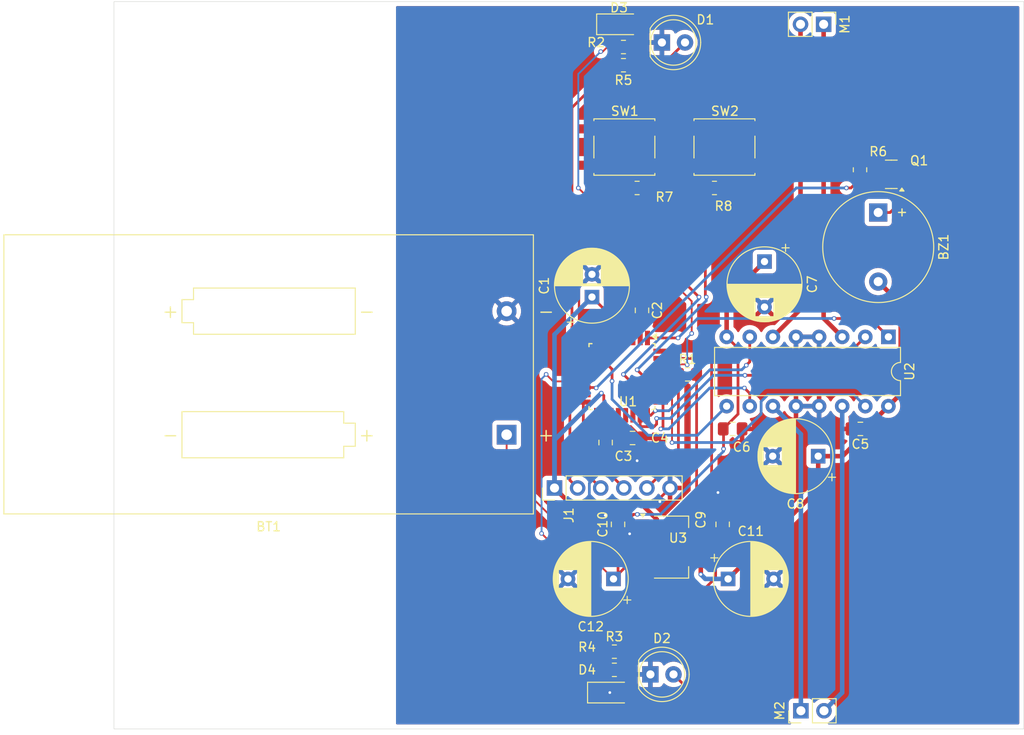
<source format=kicad_pcb>
(kicad_pcb (version 20240108) (generator "pcbnew") (generator_version "8.0")
  (layers (0 "F.Cu" signal) (31 "B.Cu" signal) (34 "B.Paste" user) (35 "F.Paste" user) (36 "B.SilkS" user "B.Silkscreen") (37 "F.SilkS" user "F.Silkscreen") (38 "B.Mask" user) (39 "F.Mask" user) (44 "Edge.Cuts" user))
  (net 0 "")
  (net 1 "+BATT")
  (net 2 "GND")
  (net 3 "Net-(BZ1-+)")
  (net 4 "+5V")
  (net 5 "Net-(U1-AREF)")
  (net 6 "Net-(D1-A)")
  (net 7 "Net-(D2-A)")
  (net 8 "Net-(D3-A)")
  (net 9 "Net-(D4-A)")
  (net 10 "/MISO")
  (net 11 "/SCK")
  (net 12 "/MOSI")
  (net 13 "/RESET")
  (net 14 "/motor2B")
  (net 15 "/motor1A")
  (net 16 "/motor1B")
  (net 17 "/motor2A")
  (net 18 "Net-(Q1-B)")
  (net 19 "/LED2")
  (net 20 "/LED3")
  (net 21 "/LED4")
  (net 22 "/LED1")
  (net 23 "/Buzzer")
  (net 24 "/przycisk1")
  (net 25 "Net-(R7-Pad2)")
  (net 26 "/przycisk2")
  (net 27 "Net-(R8-Pad2)")
  (net 28 "/PWM Motor1")
  (net 30 "/DIRB_2")
  (net 32 "/PWM Motor2")
  (net 33 "/DIRA_2")
  (net 37 "/DIRA_1")
  (net 38 "/DIRB_1")
  (footprint "Connector_PinHeader_2.54mm:PinHeader_1x02_P2.54mm_Vertical" (layer "F.Cu") (at 191.5 60.5 -90)
    (property "Reference" "M1" (at 0 -2.33 90) (layer "F.SilkS"))
    (property "Value" "Motor1")
    (pad "1" thru_hole rect (at 0 0 270) (size 1.7 1.7) (drill 1) (layers "*.Cu" "*.Mask") (net 15 "/motor1A"))
    (pad "2" thru_hole oval (at 0 2.54 270) (size 1.7 1.7) (drill 1) (layers "*.Cu" "*.Mask") (net 14 "/motor2B"))
  )
  (footprint "Battery:BatteryHolder_MPD_BC2AAPC_2xAA" (layer "F.Cu") (at 156.66 105.64 180)
    (property "Reference" "BT1" (at 26.16 -10.11 0) (layer "F.SilkS"))
    (property "Value" "Battery")
    (fp_text user "-" (at -4.34 13.59 0) (layer "F.SilkS") (effects (font (size 1.5 1.5))))
    (fp_text user "-" (at 36.955 0 0) (layer "F.SilkS") (effects (font (size 1.5 1.5))))
    (fp_text user "+" (at -4.34 0 0) (layer "F.SilkS") (effects (font (size 1.5 1.5))))
    (fp_text user "+" (at 36.955 13.59 0) (layer "F.SilkS") (effects (font (size 1.5 1.5))))
    (fp_text user "-" (at 15.365 13.59 0) (layer "F.SilkS") (effects (font (size 1.5 1.5))))
    (fp_text user "+" (at 15.365 0 0) (layer "F.SilkS") (effects (font (size 1.5 1.5))))
    (pad "" np_thru_hole circle (at 26.16 6.63 180) (size 3.65 3.65) (drill 3.65) (layers "*.Cu" "*.Mask"))
    (pad "1" thru_hole rect (at 0 0 180) (size 2.17 2.17) (drill 1.17) (layers "*.Cu" "*.Mask") (net 1 "+BATT"))
    (pad "2" thru_hole circle (at 0 13.59 180) (size 2.17 2.17) (drill 1.17) (layers "*.Cu" "*.Mask") (net 2 "GND"))
  )
  (footprint "Capacitor_SMD:C_0805_2012Metric_Pad1.18x1.45mm_HandSolder" (layer "F.Cu") (at 181.5 105)
    (property "Reference" "C6" (at 1 2 0) (layer "F.SilkS"))
    (property "Value" "100nF")
    (pad "1" smd roundrect (at -1.0375 0) (size 1.175 1.45) (layers "F.Cu" "F.Paste" "F.Mask") (roundrect_rratio 0.212766) (net 1 "+BATT"))
    (pad "2" smd roundrect (at 1.0375 0) (size 1.175 1.45) (layers "F.Cu" "F.Paste" "F.Mask") (roundrect_rratio 0.212766) (net 2 "GND"))
  )
  (footprint "Capacitor_SMD:C_0805_2012Metric_Pad1.18x1.45mm_HandSolder" (layer "F.Cu") (at 195.5375 105 180)
    (property "Reference" "C5" (at 0 -1.68 0) (layer "F.SilkS"))
    (property "Value" "100nF")
    (pad "1" smd roundrect (at -1.0375 0 180) (size 1.175 1.45) (layers "F.Cu" "F.Paste" "F.Mask") (roundrect_rratio 0.212766) (net 4 "+5V"))
    (pad "2" smd roundrect (at 1.0375 0 180) (size 1.175 1.45) (layers "F.Cu" "F.Paste" "F.Mask") (roundrect_rratio 0.212766) (net 2 "GND"))
  )
  (footprint "Resistor_SMD:R_0805_2012Metric_Pad1.20x1.40mm_HandSolder" (layer "F.Cu") (at 176.5375 99)
    (property "Reference" "R1" (at 0 -1.65 0) (layer "F.SilkS"))
    (property "Value" "10k")
    (pad "1" smd roundrect (at -1 0) (size 1.2 1.4) (layers "F.Cu" "F.Paste" "F.Mask") (roundrect_rratio 0.208333) (net 13 "/RESET"))
    (pad "2" smd roundrect (at 1 0) (size 1.2 1.4) (layers "F.Cu" "F.Paste" "F.Mask") (roundrect_rratio 0.208333) (net 4 "+5V"))
  )
  (footprint "LED_SMD:LED_1206_3216Metric_Pad1.42x1.75mm_HandSolder" (layer "F.Cu") (at 169.0125 60.5)
    (property "Reference" "D3" (at 0 -1.82 0) (layer "F.SilkS"))
    (property "Value" "LED")
    (pad "1" smd roundrect (at -1.4875 0) (size 1.425 1.75) (layers "F.Cu" "F.Paste" "F.Mask") (roundrect_rratio 0.175439) (net 2 "GND"))
    (pad "2" smd roundrect (at 1.4875 0) (size 1.425 1.75) (layers "F.Cu" "F.Paste" "F.Mask") (roundrect_rratio 0.175439) (net 8 "Net-(D3-A)"))
  )
  (footprint "Resistor_SMD:R_0805_2012Metric_Pad1.20x1.40mm_HandSolder" (layer "F.Cu") (at 168.5 131.5)
    (property "Reference" "R4" (at -3 -2.5 360) (layer "F.SilkS"))
    (property "Value" "330")
    (pad "1" smd roundrect (at -1 0) (size 1.2 1.4) (layers "F.Cu" "F.Paste" "F.Mask") (roundrect_rratio 0.208333) (net 9 "Net-(D4-A)"))
    (pad "2" smd roundrect (at 1 0) (size 1.2 1.4) (layers "F.Cu" "F.Paste" "F.Mask") (roundrect_rratio 0.208333) (net 21 "/LED4"))
  )
  (footprint "Resistor_SMD:R_0805_2012Metric_Pad1.20x1.40mm_HandSolder" (layer "F.Cu") (at 169.5 65 180)
    (property "Reference" "R5" (at 0 -1.65 360) (layer "F.SilkS"))
    (property "Value" "330")
    (pad "1" smd roundrect (at -1 0 180) (size 1.2 1.4) (layers "F.Cu" "F.Paste" "F.Mask") (roundrect_rratio 0.208333) (net 6 "Net-(D1-A)"))
    (pad "2" smd roundrect (at 1 0 180) (size 1.2 1.4) (layers "F.Cu" "F.Paste" "F.Mask") (roundrect_rratio 0.208333) (net 22 "/LED1"))
  )
  (footprint "Buzzer_Beeper:Buzzer_12x9.5RM7.6" (layer "F.Cu") (at 197.5 81.2 -90)
    (property "Reference" "BZ1" (at 3.8 -7.2 90) (layer "F.SilkS"))
    (property "Value" "Buzzer")
    (fp_text user "+" (at -0.01 -2.54 90) (layer "F.SilkS"))
    (pad "1" thru_hole rect (at 0 0 270) (size 2 2) (drill 1) (layers "*.Cu" "*.Mask") (net 3 "Net-(BZ1-+)"))
    (pad "2" thru_hole circle (at 7.6 0 270) (size 2 2) (drill 1) (layers "*.Cu" "*.Mask") (net 4 "+5V"))
  )
  (footprint "Capacitor_THT:CP_Radial_D8.0mm_P5.00mm" (layer "F.Cu") (at 190.902651 108 180)
    (property "Reference" "C8" (at 2.5 -5.25 0) (layer "F.SilkS"))
    (property "Value" "220uF")
    (pad "1" thru_hole rect (at 0 0 180) (size 1.6 1.6) (drill 0.8) (layers "*.Cu" "*.Mask") (net 4 "+5V"))
    (pad "2" thru_hole circle (at 5 0 180) (size 1.6 1.6) (drill 0.8) (layers "*.Cu" "*.Mask") (net 2 "GND"))
  )
  (footprint "Capacitor_THT:CP_Radial_D8.0mm_P5.00mm" (layer "F.Cu") (at 168.402651 121.5 180)
    (property "Reference" "C12" (at 2.5 -5.25 0) (layer "F.SilkS"))
    (property "Value" "220uF")
    (pad "1" thru_hole rect (at 0 0 180) (size 1.6 1.6) (drill 0.8) (layers "*.Cu" "*.Mask") (net 1 "+BATT"))
    (pad "2" thru_hole circle (at 5 0 180) (size 1.6 1.6) (drill 0.8) (layers "*.Cu" "*.Mask") (net 2 "GND"))
  )
  (footprint "Resistor_SMD:R_0805_2012Metric_Pad1.20x1.40mm_HandSolder" (layer "F.Cu") (at 179.5 78.5)
    (property "Reference" "R8" (at 1 2 0) (layer "F.SilkS"))
    (property "Value" "2,2k")
    (pad "1" smd roundrect (at -1 0) (size 1.2 1.4) (layers "F.Cu" "F.Paste" "F.Mask") (roundrect_rratio 0.208333) (net 26 "/przycisk2"))
    (pad "2" smd roundrect (at 1 0) (size 1.2 1.4) (layers "F.Cu" "F.Paste" "F.Mask") (roundrect_rratio 0.208333) (net 27 "Net-(R8-Pad2)"))
  )
  (footprint "Capacitor_THT:CP_Radial_D8.0mm_P5.00mm" (layer "F.Cu") (at 185 86.597349 -90)
    (property "Reference" "C7" (at 2.5 -5.25 90) (layer "F.SilkS"))
    (property "Value" "220uF")
    (pad "1" thru_hole rect (at 0 0 270) (size 1.6 1.6) (drill 0.8) (layers "*.Cu" "*.Mask") (net 1 "+BATT"))
    (pad "2" thru_hole circle (at 5 0 270) (size 1.6 1.6) (drill 0.8) (layers "*.Cu" "*.Mask") (net 2 "GND"))
  )
  (footprint "Package_DIP:DIP-16_W7.62mm" (layer "F.Cu") (at 198.62 94.88 -90)
    (property "Reference" "U2" (at 3.81 -2.33 90) (layer "F.SilkS"))
    (property "Value" "L293D")
    (pad "1" thru_hole rect (at 0 0 270) (size 1.6 1.6) (drill 0.8) (layers "*.Cu" "*.Mask") (net 28 "/PWM Motor1"))
    (pad "2" thru_hole oval (at 0 2.54 270) (size 1.6 1.6) (drill 0.8) (layers "*.Cu" "*.Mask") (net 37 "/DIRA_1"))
    (pad "3" thru_hole oval (at 0 5.08 270) (size 1.6 1.6) (drill 0.8) (layers "*.Cu" "*.Mask") (net 15 "/motor1A"))
    (pad "4" thru_hole oval (at 0 7.62 270) (size 1.6 1.6) (drill 0.8) (layers "*.Cu" "*.Mask") (net 2 "GND"))
    (pad "5" thru_hole oval (at 0 10.16 270) (size 1.6 1.6) (drill 0.8) (layers "*.Cu" "*.Mask") (net 2 "GND"))
    (pad "6" thru_hole oval (at 0 12.7 270) (size 1.6 1.6) (drill 0.8) (layers "*.Cu" "*.Mask") (net 14 "/motor2B"))
    (pad "7" thru_hole oval (at 0 15.24 270) (size 1.6 1.6) (drill 0.8) (layers "*.Cu" "*.Mask") (net 38 "/DIRB_1"))
    (pad "8" thru_hole oval (at 0 17.78 270) (size 1.6 1.6) (drill 0.8) (layers "*.Cu" "*.Mask") (net 1 "+BATT"))
    (pad "9" thru_hole oval (at 7.62 17.78 270) (size 1.6 1.6) (drill 0.8) (layers "*.Cu" "*.Mask") (net 32 "/PWM Motor2"))
    (pad "10" thru_hole oval (at 7.62 15.24 270) (size 1.6 1.6) (drill 0.8) (layers "*.Cu" "*.Mask") (net 33 "/DIRA_2"))
    (pad "11" thru_hole oval (at 7.62 12.7 270) (size 1.6 1.6) (drill 0.8) (layers "*.Cu" "*.Mask") (net 16 "/motor1B"))
    (pad "12" thru_hole oval (at 7.62 10.16 270) (size 1.6 1.6) (drill 0.8) (layers "*.Cu" "*.Mask") (net 2 "GND"))
    (pad "13" thru_hole oval (at 7.62 7.62 270) (size 1.6 1.6) (drill 0.8) (layers "*.Cu" "*.Mask") (net 2 "GND"))
    (pad "14" thru_hole oval (at 7.62 5.08 270) (size 1.6 1.6) (drill 0.8) (layers "*.Cu" "*.Mask") (net 17 "/motor2A"))
    (pad "15" thru_hole oval (at 7.62 2.54 270) (size 1.6 1.6) (drill 0.8) (layers "*.Cu" "*.Mask") (net 30 "/DIRB_2"))
    (pad "16" thru_hole oval (at 7.62 0 270) (size 1.6 1.6) (drill 0.8) (layers "*.Cu" "*.Mask") (net 4 "+5V"))
  )
  (footprint "Resistor_SMD:R_0805_2012Metric_Pad1.20x1.40mm_HandSolder" (layer "F.Cu") (at 169.5 63 180)
    (property "Reference" "R2" (at 3 0.5 0) (layer "F.SilkS"))
    (property "Value" "330")
    (pad "1" smd roundrect (at -1 0 180) (size 1.2 1.4) (layers "F.Cu" "F.Paste" "F.Mask") (roundrect_rratio 0.208333) (net 8 "Net-(D3-A)"))
    (pad "2" smd roundrect (at 1 0 180) (size 1.2 1.4) (layers "F.Cu" "F.Paste" "F.Mask") (roundrect_rratio 0.208333) (net 20 "/LED3"))
  )
  (footprint "Button_Switch_SMD:SW_SPST_EVQQ2" (layer "F.Cu") (at 180.6 74)
    (property "Reference" "SW2" (at 0.05 -3.95 0) (layer "F.SilkS"))
    (property "Value" "SW_Push")
    (pad "1" smd rect (at -3.4 -2) (size 3.2 1) (layers "F.Cu" "F.Paste" "F.Mask") (net 2 "GND"))
    (pad "1" smd rect (at 3.4 -2) (size 3.2 1) (layers "F.Cu" "F.Paste" "F.Mask") (net 2 "GND"))
    (pad "2" smd rect (at -3.4 2) (size 3.2 1) (layers "F.Cu" "F.Paste" "F.Mask") (net 27 "Net-(R8-Pad2)"))
    (pad "2" smd rect (at 3.4 2) (size 3.2 1) (layers "F.Cu" "F.Paste" "F.Mask") (net 27 "Net-(R8-Pad2)"))
  )
  (footprint "Capacitor_THT:CP_Radial_D8.0mm_P5.00mm" (layer "F.Cu") (at 181 121.5)
    (property "Reference" "C11" (at 2.5 -5.25 0) (layer "F.SilkS"))
    (property "Value" "220uF")
    (pad "1" thru_hole rect (at 0 0) (size 1.6 1.6) (drill 0.8) (layers "*.Cu" "*.Mask") (net 4 "+5V"))
    (pad "2" thru_hole circle (at 5 0) (size 1.6 1.6) (drill 0.8) (layers "*.Cu" "*.Mask") (net 2 "GND"))
  )
  (footprint "Connector_PinHeader_2.54mm:PinHeader_1x02_P2.54mm_Vertical" (layer "F.Cu") (at 189 136 90)
    (property "Reference" "M2" (at 0 -2.33 90) (layer "F.SilkS"))
    (property "Value" "Motor2")
    (pad "1" thru_hole rect (at 0 0 90) (size 1.7 1.7) (drill 1) (layers "*.Cu" "*.Mask") (net 16 "/motor1B"))
    (pad "2" thru_hole oval (at 0 2.54 90) (size 1.7 1.7) (drill 1) (layers "*.Cu" "*.Mask") (net 17 "/motor2A"))
  )
  (footprint "Resistor_SMD:R_0805_2012Metric_Pad1.20x1.40mm_HandSolder" (layer "F.Cu") (at 168.5 129.5)
    (property "Reference" "R3" (at 0 -1.65 360) (layer "F.SilkS"))
    (property "Value" "330")
    (pad "1" smd roundrect (at -1 0) (size 1.2 1.4) (layers "F.Cu" "F.Paste" "F.Mask") (roundrect_rratio 0.208333) (net 7 "Net-(D2-A)"))
    (pad "2" smd roundrect (at 1 0) (size 1.2 1.4) (layers "F.Cu" "F.Paste" "F.Mask") (roundrect_rratio 0.208333) (net 19 "/LED2"))
  )
  (footprint "Capacitor_SMD:C_0805_2012Metric_Pad1.18x1.45mm_HandSolder" (layer "F.Cu") (at 171.5375 91.9625 -90)
    (property "Reference" "C2" (at 0 -1.68 90) (layer "F.SilkS"))
    (property "Value" "100nF")
    (pad "1" smd roundrect (at -1.0375 0 270) (size 1.175 1.45) (layers "F.Cu" "F.Paste" "F.Mask") (roundrect_rratio 0.212766) (net 4 "+5V"))
    (pad "2" smd roundrect (at 1.0375 0 270) (size 1.175 1.45) (layers "F.Cu" "F.Paste" "F.Mask") (roundrect_rratio 0.212766) (net 2 "GND"))
  )
  (footprint "Connector_PinHeader_2.54mm:PinHeader_1x06_P2.54mm_Vertical" (layer "F.Cu") (at 161.92 111.5 90)
    (property "Reference" "J1" (at -3 1.58 90) (layer "F.SilkS"))
    (property "Value" "Piny do programowania")
    (pad "1" thru_hole rect (at 0 0 90) (size 1.7 1.7) (drill 1) (layers "*.Cu" "*.Mask") (net 4 "+5V"))
    (pad "2" thru_hole oval (at 0 2.54 90) (size 1.7 1.7) (drill 1) (layers "*.Cu" "*.Mask") (net 12 "/MOSI"))
    (pad "3" thru_hole oval (at 0 5.08 90) (size 1.7 1.7) (drill 1) (layers "*.Cu" "*.Mask") (net 10 "/MISO"))
    (pad "4" thru_hole oval (at 0 7.62 90) (size 1.7 1.7) (drill 1) (layers "*.Cu" "*.Mask") (net 11 "/SCK"))
    (pad "5" thru_hole oval (at 0 10.16 90) (size 1.7 1.7) (drill 1) (layers "*.Cu" "*.Mask") (net 13 "/RESET"))
    (pad "6" thru_hole oval (at 0 12.7 90) (size 1.7 1.7) (drill 1) (layers "*.Cu" "*.Mask") (net 2 "GND"))
  )
  (footprint "Button_Switch_SMD:SW_SPST_EVQQ2" (layer "F.Cu") (at 169.6 74)
    (property "Reference" "SW1" (at 0.05 -3.95 0) (layer "F.SilkS"))
    (property "Value" "SW_Push")
    (pad "1" smd rect (at -3.4 -2) (size 3.2 1) (layers "F.Cu" "F.Paste" "F.Mask") (net 2 "GND"))
    (pad "1" smd rect (at 3.4 -2) (size 3.2 1) (layers "F.Cu" "F.Paste" "F.Mask") (net 2 "GND"))
    (pad "2" smd rect (at -3.4 2) (size 3.2 1) (layers "F.Cu" "F.Paste" "F.Mask") (net 25 "Net-(R7-Pad2)"))
    (pad "2" smd rect (at 3.4 2) (size 3.2 1) (layers "F.Cu" "F.Paste" "F.Mask") (net 25 "Net-(R7-Pad2)"))
  )
  (footprint "Package_TO_SOT_SMD:SOT-223-3_TabPin2" (layer "F.Cu") (at 174.752651 118)
    (property "Reference" "U3" (at 0.747349 -1 0) (layer "F.SilkS"))
    (property "Value" "AMS1117-5.0")
    (pad "1" smd roundrect (at -3.15 -2.3) (size 2 1.5) (layers "F.Cu" "F.Paste" "F.Mask") (net 2 "GND"))
    (pad "2" smd roundrect (at -3.15 0) (size 2 1.5) (layers "F.Cu" "F.Paste" "F.Mask") (net 4 "+5V"))
    (pad "2" smd roundrect (at 3.15 0) (size 2 3.8) (layers "F.Cu" "F.Paste" "F.Mask") (net 4 "+5V"))
    (pad "3" smd roundrect (at -3.15 2.3) (size 2 1.5) (layers "F.Cu" "F.Paste" "F.Mask") (net 1 "+BATT"))
  )
  (footprint "Capacitor_SMD:C_0805_2012Metric_Pad1.18x1.45mm_HandSolder" (layer "F.Cu") (at 180.402651 115.5 90)
    (property "Reference" "C9" (at 0.5 -2.402651 90) (layer "F.SilkS"))
    (property "Value" "100nF")
    (pad "1" smd roundrect (at -1.0375 0 90) (size 1.175 1.45) (layers "F.Cu" "F.Paste" "F.Mask") (roundrect_rratio 0.212766) (net 4 "+5V"))
    (pad "2" smd roundrect (at 1.0375 0 90) (size 1.175 1.45) (layers "F.Cu" "F.Paste" "F.Mask") (roundrect_rratio 0.212766) (net 2 "GND"))
  )
  (footprint "Capacitor_SMD:C_0805_2012Metric_Pad1.18x1.45mm_HandSolder" (layer "F.Cu") (at 168.902651 115.5 90)
    (property "Reference" "C10" (at 0 -1.68 90) (layer "F.SilkS"))
    (property "Value" "100nF")
    (pad "1" smd roundrect (at -1.0375 0 90) (size 1.175 1.45) (layers "F.Cu" "F.Paste" "F.Mask") (roundrect_rratio 0.212766) (net 1 "+BATT"))
    (pad "2" smd roundrect (at 1.0375 0 90) (size 1.175 1.45) (layers "F.Cu" "F.Paste" "F.Mask") (roundrect_rratio 0.212766) (net 2 "GND"))
  )
  (footprint "Capacitor_THT:CP_Radial_D8.0mm_P2.50mm" (layer "F.Cu") (at 166.0375 90.5 90)
    (property "Reference" "C1" (at 1.25 -5.25 90) (layer "F.SilkS"))
    (property "Value" "220uF")
    (pad "1" thru_hole rect (at 0 0 90) (size 1.6 1.6) (drill 0.8) (layers "*.Cu" "*.Mask") (net 4 "+5V"))
    (pad "2" thru_hole circle (at 2.5 0 90) (size 1.6 1.6) (drill 0.8) (layers "*.Cu" "*.Mask") (net 2 "GND"))
  )
  (footprint "Resistor_SMD:R_0805_2012Metric_Pad1.20x1.40mm_HandSolder" (layer "F.Cu") (at 171 78.5)
    (property "Reference" "R7" (at 3 1 0) (layer "F.SilkS"))
    (property "Value" "2,2k")
    (pad "1" smd roundrect (at -1 0) (size 1.2 1.4) (layers "F.Cu" "F.Paste" "F.Mask") (roundrect_rratio 0.208333) (net 24 "/przycisk1"))
    (pad "2" smd roundrect (at 1 0) (size 1.2 1.4) (layers "F.Cu" "F.Paste" "F.Mask") (roundrect_rratio 0.208333) (net 25 "Net-(R7-Pad2)"))
  )
  (footprint "LED_THT:LED_D5.0mm" (layer "F.Cu") (at 173.725 62.5)
    (property "Reference" "D1" (at 4.775 -2.5 0) (layer "F.SilkS"))
    (property "Value" "LED")
    (pad "1" thru_hole rect (at 0 0) (size 1.8 1.8) (drill 0.9) (layers "*.Cu" "*.Mask") (net 2 "GND"))
    (pad "2" thru_hole circle (at 2.54 0) (size 1.8 1.8) (drill 0.9) (layers "*.Cu" "*.Mask") (net 6 "Net-(D1-A)"))
  )
  (footprint "Resistor_SMD:R_0805_2012Metric_Pad1.20x1.40mm_HandSolder" (layer "F.Cu") (at 195.5 76.5 -90)
    (property "Reference" "R6" (at -2 -2 180) (layer "F.SilkS"))
    (property "Value" "2.2k")
    (pad "1" smd roundrect (at -1 0 270) (size 1.2 1.4) (layers "F.Cu" "F.Paste" "F.Mask") (roundrect_rratio 0.208333) (net 18 "Net-(Q1-B)"))
    (pad "2" smd roundrect (at 1 0 270) (size 1.2 1.4) (layers "F.Cu" "F.Paste" "F.Mask") (roundrect_rratio 0.208333) (net 23 "/Buzzer"))
  )
  (footprint "Capacitor_SMD:C_0805_2012Metric_Pad1.18x1.45mm_HandSolder" (layer "F.Cu") (at 170.5 106)
    (property "Reference" "C4" (at 3 0 0) (layer "F.SilkS"))
    (property "Value" "100nF")
    (pad "1" smd roundrect (at -1.0375 0) (size 1.175 1.45) (layers "F.Cu" "F.Paste" "F.Mask") (roundrect_rratio 0.212766) (net 5 "Net-(U1-AREF)"))
    (pad "2" smd roundrect (at 1.0375 0) (size 1.175 1.45) (layers "F.Cu" "F.Paste" "F.Mask") (roundrect_rratio 0.212766) (net 2 "GND"))
  )
  (footprint "Capacitor_SMD:C_0805_2012Metric_Pad1.18x1.45mm_HandSolder" (layer "F.Cu") (at 167.5375 106.5 -90)
    (property "Reference" "C3" (at 1.5 -1.9625 180) (layer "F.SilkS"))
    (property "Value" "100nF")
    (pad "1" smd roundrect (at -1.0375 0 270) (size 1.175 1.45) (layers "F.Cu" "F.Paste" "F.Mask") (roundrect_rratio 0.212766) (net 4 "+5V"))
    (pad "2" smd roundrect (at 1.0375 0 270) (size 1.175 1.45) (layers "F.Cu" "F.Paste" "F.Mask") (roundrect_rratio 0.212766) (net 2 "GND"))
  )
  (footprint "Package_TO_SOT_SMD:SOT-23" (layer "F.Cu") (at 198.9375 77 180)
    (property "Reference" "Q1" (at -3.0625 1.5 0) (layer "F.SilkS"))
    (property "Value" "MMBT5551L")
    (pad "1" smd roundrect (at -0.9375 -0.95 180) (size 1.475 0.6) (layers "F.Cu" "F.Paste" "F.Mask") (net 18 "Net-(Q1-B)"))
    (pad "2" smd roundrect (at -0.9375 0.95 180) (size 1.475 0.6) (layers "F.Cu" "F.Paste" "F.Mask") (net 2 "GND"))
    (pad "3" smd roundrect (at 0.9375 0 180) (size 1.475 0.6) (layers "F.Cu" "F.Paste" "F.Mask") (net 3 "Net-(BZ1-+)"))
  )
  (footprint "LED_THT:LED_D5.0mm" (layer "F.Cu") (at 172.46 132)
    (property "Reference" "D2" (at 1.27 -3.96 0) (layer "F.SilkS"))
    (property "Value" "LED")
    (pad "1" thru_hole rect (at 0 0) (size 1.8 1.8) (drill 0.9) (layers "*.Cu" "*.Mask") (net 2 "GND"))
    (pad "2" thru_hole circle (at 2.54 0) (size 1.8 1.8) (drill 0.9) (layers "*.Cu" "*.Mask") (net 7 "Net-(D2-A)"))
  )
  (footprint "LED_SMD:LED_1206_3216Metric_Pad1.42x1.75mm_HandSolder" (layer "F.Cu") (at 168.0125 134)
    (property "Reference" "D4" (at -2.5125 -2.5 0) (layer "F.SilkS"))
    (property "Value" "LED")
    (pad "1" smd roundrect (at -1.4875 0) (size 1.425 1.75) (layers "F.Cu" "F.Paste" "F.Mask") (roundrect_rratio 0.175439) (net 2 "GND"))
    (pad "2" smd roundrect (at 1.4875 0) (size 1.425 1.75) (layers "F.Cu" "F.Paste" "F.Mask") (roundrect_rratio 0.175439) (net 9 "Net-(D4-A)"))
  )
  (footprint "Package_QFP:TQFP-32_7x7mm_P0.8mm" (layer "F.Cu") (at 169.3375 99.25 -90)
    (property "Reference" "U1" (at 2.75 -0.6625 180) (layer "F.SilkS"))
    (property "Value" "ATmega328P-A")
    (pad "1" smd rect (at -4.25 -2.8 270) (size 1.6 0.55) (layers "F.Cu" "F.Paste" "F.Mask") (net 28 "/PWM Motor1"))
    (pad "2" smd rect (at -4.25 -2 270) (size 1.6 0.55) (layers "F.Cu" "F.Paste" "F.Mask"))
    (pad "3" smd rect (at -4.25 -1.2 270) (size 1.6 0.55) (layers "F.Cu" "F.Paste" "F.Mask") (net 2 "GND"))
    (pad "4" smd rect (at -4.25 -0.4 270) (size 1.6 0.55) (layers "F.Cu" "F.Paste" "F.Mask") (net 4 "+5V"))
    (pad "5" smd rect (at -4.25 0.4 270) (size 1.6 0.55) (layers "F.Cu" "F.Paste" "F.Mask") (net 2 "GND"))
    (pad "6" smd rect (at -4.25 1.2 270) (size 1.6 0.55) (layers "F.Cu" "F.Paste" "F.Mask") (net 4 "+5V"))
    (pad "7" smd rect (at -4.25 2 270) (size 1.6 0.55) (layers "F.Cu" "F.Paste" "F.Mask"))
    (pad "8" smd rect (at -4.25 2.8 270) (size 1.6 0.55) (layers "F.Cu" "F.Paste" "F.Mask"))
    (pad "9" smd rect (at -2.8 4.25) (size 1.6 0.55) (layers "F.Cu" "F.Paste" "F.Mask") (net 32 "/PWM Motor2"))
    (pad "10" smd rect (at -2 4.25) (size 1.6 0.55) (layers "F.Cu" "F.Paste" "F.Mask"))
    (pad "11" smd rect (at -1.2 4.25) (size 1.6 0.55) (layers "F.Cu" "F.Paste" "F.Mask"))
    (pad "12" smd rect (at -0.4 4.25) (size 1.6 0.55) (layers "F.Cu" "F.Paste" "F.Mask") (net 22 "/LED1"))
    (pad "13" smd rect (at 0.4 4.25) (size 1.6 0.55) (layers "F.Cu" "F.Paste" "F.Mask") (net 19 "/LED2"))
    (pad "14" smd rect (at 1.2 4.25) (size 1.6 0.55) (layers "F.Cu" "F.Paste" "F.Mask") (net 23 "/Buzzer"))
    (pad "15" smd rect (at 2 4.25) (size 1.6 0.55) (layers "F.Cu" "F.Paste" "F.Mask") (net 12 "/MOSI"))
    (pad "16" smd rect (at 2.8 4.25) (size 1.6 0.55) (layers "F.Cu" "F.Paste" "F.Mask") (net 10 "/MISO"))
    (pad "17" smd rect (at 4.25 2.8 270) (size 1.6 0.55) (layers "F.Cu" "F.Paste" "F.Mask") (net 11 "/SCK"))
    (pad "18" smd rect (at 4.25 2 270) (size 1.6 0.55) (layers "F.Cu" "F.Paste" "F.Mask") (net 4 "+5V"))
    (pad "19" smd rect (at 4.25 1.2 270) (size 1.6 0.55) (layers "F.Cu" "F.Paste" "F.Mask"))
    (pad "20" smd rect (at 4.25 0.4 270) (size 1.6 0.55) (layers "F.Cu" "F.Paste" "F.Mask") (net 5 "Net-(U1-AREF)"))
    (pad "21" smd rect (at 4.25 -0.4 270) (size 1.6 0.55) (layers "F.Cu" "F.Paste" "F.Mask") (net 2 "GND"))
    (pad "22" smd rect (at 4.25 -1.2 270) (size 1.6 0.55) (layers "F.Cu" "F.Paste" "F.Mask"))
    (pad "23" smd rect (at 4.25 -2 270) (size 1.6 0.55) (layers "F.Cu" "F.Paste" "F.Mask") (net 37 "/DIRA_1"))
    (pad "24" smd rect (at 4.25 -2.8 270) (size 1.6 0.55) (layers "F.Cu" "F.Paste" "F.Mask") (net 38 "/DIRB_1"))
    (pad "25" smd rect (at 2.8 -4.25) (size 1.6 0.55) (layers "F.Cu" "F.Paste" "F.Mask") (net 33 "/DIRA_2"))
    (pad "26" smd rect (at 2 -4.25) (size 1.6 0.55) (layers "F.Cu" "F.Paste" "F.Mask") (net 30 "/DIRB_2"))
    (pad "27" smd rect (at 1.2 -4.25) (size 1.6 0.55) (layers "F.Cu" "F.Paste" "F.Mask") (net 24 "/przycisk1"))
    (pad "28" smd rect (at 0.4 -4.25) (size 1.6 0.55) (layers "F.Cu" "F.Paste" "F.Mask") (net 26 "/przycisk2"))
    (pad "29" smd rect (at -0.4 -4.25) (size 1.6 0.55) (layers "F.Cu" "F.Paste" "F.Mask") (net 13 "/RESET"))
    (pad "30" smd rect (at -1.2 -4.25) (size 1.6 0.55) (layers "F.Cu" "F.Paste" "F.Mask") (net 20 "/LED3"))
    (pad "31" smd rect (at -2 -4.25) (size 1.6 0.55) (layers "F.Cu" "F.Paste" "F.Mask") (net 21 "/LED4"))
    (pad "32" smd rect (at -2.8 -4.25) (size 1.6 0.55) (layers "F.Cu" "F.Paste" "F.Mask"))
  )
  (gr_rect (start 113.5 58) (end 213.5 138) (stroke (width 0.05)) (fill none) (layer "Edge.Cuts"))
  (segment (start 168.902651 121) (end 168.402651 121.5) (width 0.3) (layer "F.Cu") (net 1))
  (segment (start 180.84 90.757349) (end 180.84 94.88) (width 0.5) (layer "F.Cu") (net 1))
  (segment (start 182.09 96.13) (end 180.84 94.88) (width 0.3) (layer "F.Cu") (net 1))
  (segment (start 180.5 105.0375) (end 180.4625 105) (width 0.3) (layer "F.Cu") (net 1))
  (segment (start 169.602651 120.3) (end 168.402651 121.5) (width 0.3) (layer "F.Cu") (net 1))
  (segment (start 170.6 114.4) (end 171.023252 114.4) (width 0.3) (layer "F.Cu") (net 1))
  (segment (start 170.152651 114.847349) (end 170.6 114.4) (width 0.3) (layer "F.Cu") (net 1))
  (segment (start 168.902651 116.5375) (end 168.902651 121) (width 0.3) (layer "F.Cu") (net 1))
  (segment (start 185 86.597349) (end 180.84 90.757349) (width 0.5) (layer "F.Cu") (net 1))
  (segment (start 171.602651 120.3) (end 169.602651 120.3) (width 0.3) (layer "F.Cu") (net 1))
  (segment (start 182.09 103.3725) (end 182.09 96.13) (width 0.3) (layer "F.Cu") (net 1))
  (segment (start 156.66 105.64) (end 156.66 109.757349) (width 0.2) (layer "F.Cu") (net 1))
  (segment (start 168.902651 116.5375) (end 170.152651 115.2875) (width 0.3) (layer "F.Cu") (net 1))
  (segment (start 156.66 109.757349) (end 168.402651 121.5) (width 0.2) (layer "F.Cu") (net 1))
  (segment (start 170.152651 115.2875) (end 170.152651 114.847349) (width 0.3) (layer "F.Cu") (net 1))
  (segment (start 180.4625 105) (end 182.09 103.3725) (width 0.3) (layer "F.Cu") (net 1))
  (segment (start 180.5 107.2) (end 180.5 105.0375) (width 0.3) (layer "F.Cu") (net 1))
  (via (at 180.5 107.2) (size 0.5) (drill 0.3) (layers "F.Cu" "B.Cu") (net 1))
  (via (at 171.023252 114.4) (size 0.5) (drill 0.3) (layers "F.Cu" "B.Cu") (net 1))
  (segment (start 173.558478 114.4) (end 180.5 107.458478) (width 0.3) (layer "B.Cu") (net 1))
  (segment (start 180.5 107.458478) (end 180.5 107.2) (width 0.3) (layer "B.Cu") (net 1))
  (segment (start 171.023252 114.4) (end 173.558478 114.4) (width 0.3) (layer "B.Cu") (net 1))
  (segment (start 170.5 95) (end 170.5 94.0375) (width 0.3) (layer "F.Cu") (net 2))
  (segment (start 170.5 94.0375) (end 171.5375 93) (width 0.3) (layer "F.Cu") (net 2))
  (segment (start 171.5375 106) (end 170.2875 104.75) (width 0.3) (layer "F.Cu") (net 2))
  (segment (start 169.7375 104.675) (end 169.7375 103.5) (width 0.3) (layer "F.Cu") (net 2))
  (segment (start 168.9375 93.925) (end 169.8625 93) (width 0.3) (layer "F.Cu") (net 2))
  (segment (start 180.402651 112.515151) (end 179.8875 112) (width 0.3) (layer "F.Cu") (net 2))
  (segment (start 168.9375 95) (end 168.9375 93.925) (width 0.3) (layer "F.Cu") (net 2))
  (segment (start 169.8625 93) (end 171.5375 93) (width 0.3) (layer "F.Cu") (net 2))
  (segment (start 173.5 112.62) (end 174.62 111.5) (width 0.3) (layer "F.Cu") (net 2))
  (segment (start 171.014459 115.7) (end 170.177651 116.536808) (width 0.3) (layer "F.Cu") (net 2))
  (segment (start 168 134) (end 166.525 134) (width 0.3) (layer "F.Cu") (net 2))
  (segment (start 170.2875 104.75) (end 169.8125 104.75) (width 0.3) (layer "F.Cu") (net 2))
  (segment (start 173.5 113) (end 173.5 112.62) (width 0.3) (layer "F.Cu") (net 2))
  (segment (start 170.5375 95) (end 170.5 95) (width 0.3) (layer "F.Cu") (net 2))
  (segment (start 180.402651 114.4625) (end 180.402651 112.515151) (width 0.3) (layer "F.Cu") (net 2))
  (segment (start 169.8125 104.75) (end 169.7375 104.675) (width 0.3) (layer "F.Cu") (net 2))
  (segment (start 171.602651 115.7) (end 171.014459 115.7) (width 0.3) (layer "F.Cu") (net 2))
  (segment (start 167.5 114.5) (end 168.865151 114.5) (width 0.3) (layer "F.Cu") (net 2))
  (segment (start 168.865151 114.5) (end 168.902651 114.4625) (width 0.3) (layer "F.Cu") (net 2))
  (via (at 170.177651 116.536808) (size 0.5) (drill 0.3) (layers "F.Cu" "B.Cu") (net 2))
  (via (at 168 134) (size 0.5) (drill 0.3) (layers "F.Cu" "B.Cu") (net 2))
  (via (at 167.5 114.5) (size 0.5) (drill 0.3) (layers "F.Cu" "B.Cu") (net 2))
  (via (at 179.8875 112) (size 0.5) (drill 0.3) (layers "F.Cu" "B.Cu") (net 2))
  (via (at 171 108.5) (size 0.5) (drill 0.3) (layers "F.Cu" "B.Cu") (net 2))
  (via (at 173.5 113) (size 0.5) (drill 0.3) (layers "F.Cu" "B.Cu") (net 2))
  (segment (start 165.75 112.25) (end 165.75 110.982233) (width 0.3) (layer "B.Cu") (net 2))
  (segment (start 170.177651 116.536808) (end 169.536808 116.536808) (width 0.3) (layer "B.Cu") (net 2))
  (segment (start 170.5 108.5) (end 171 108.5) (width 0.3) (layer "B.Cu") (net 2))
  (segment (start 171.433302 113) (end 173.5 113) (width 0.3) (layer "B.Cu") (net 2))
  (segment (start 174.9 115.1) (end 170.733302 115.1) (width 0.3) (layer "B.Cu") (net 2))
  (segment (start 170.323252 114.68995) (end 170.323252 114.11005) (width 0.3) (layer "B.Cu") (net 2))
  (segment (start 167.5 114) (end 165.75 112.25) (width 0.3) (layer "B.Cu") (net 2))
  (segment (start 165.75 110.982233) (end 167.732233 109) (width 0.3) (layer "B.Cu") (net 2))
  (segment (start 167.5 114.5) (end 167.5 114) (width 0.3) (layer "B.Cu") (net 2))
  (segment (start 178 112) (end 174.9 115.1) (width 0.3) (layer "B.Cu") (net 2))
  (segment (start 167.732233 109) (end 170 109) (width 0.3) (layer "B.Cu") (net 2))
  (segment (start 170 132) (end 168 134) (width 0.3) (layer "B.Cu") (net 2))
  (segment (start 172.46 132) (end 170 132) (width 0.3) (layer "B.Cu") (net 2))
  (segment (start 169.536808 116.536808) (end 167.5 114.5) (width 0.3) (layer "B.Cu") (net 2))
  (segment (start 179.8875 112) (end 178 112) (width 0.3) (layer "B.Cu") (net 2))
  (segment (start 170.733302 115.1) (end 170.323252 114.68995) (width 0.3) (layer "B.Cu") (net 2))
  (segment (start 170.323252 114.11005) (end 171.433302 113) (width 0.3) (layer "B.Cu") (net 2))
  (segment (start 170 109) (end 170.5 108.5) (width 0.3) (layer "B.Cu") (net 2))
  (segment (start 198 77) (end 200.515184 77) (width 0.3) (layer "F.Cu") (net 3))
  (segment (start 200.515184 77) (end 201.0625 77.547316) (width 0.3) (layer "F.Cu") (net 3))
  (segment (start 201.0625 78.9375) (end 198.8 81.2) (width 0.3) (layer "F.Cu") (net 3))
  (segment (start 201.0625 77.547316) (end 201.0625 78.9375) (width 0.3) (layer "F.Cu") (net 3))
  (segment (start 198.8 81.2) (end 197.5 81.2) (width 0.3) (layer "F.Cu") (net 3))
  (segment (start 169.3375 96.5) (end 168.5375 96.5) (width 0.3) (layer "F.Cu") (net 4))
  (segment (start 178 121) (end 178 118.097349) (width 0.5) (layer "F.Cu") (net 4))
  (segment (start 168.1375 96.1) (end 168.1375 95) (width 0.3) (layer "F.Cu") (net 4))
  (segment (start 199.97 101.15) (end 198.62 102.5) (width 0.5) (layer "F.Cu") (net 4))
  (segment (start 167.3375 105.2625) (end 167.3375 103.5) (width 0.3) (layer "F.Cu") (net 4))
  (segment (start 197.5 88.8) (end 199.97 91.27) (width 0.5) (layer "F.Cu") (net 4))
  (segment (start 179.365151 116.5375) (end 177.902651 118) (width 0.5) (layer "F.Cu") (net 4))
  (segment (start 169.7375 95) (end 169.7375 96.1) (width 0.3) (layer "F.Cu") (net 4))
  (segment (start 190.902651 108) (end 193.575 108) (width 0.5) (layer "F.Cu") (net 4))
  (segment (start 199.97 91.27) (end 199.97 101.15) (width 0.5) (layer "F.Cu") (net 4))
  (segment (start 169.7375 96.1) (end 169.3375 96.5) (width 0.3) (layer "F.Cu") (net 4))
  (segment (start 177.5375 112.065151) (end 171.602651 118) (width 0.3) (layer "F.Cu") (net 4))
  (segment (start 167.5375 105.4625) (end 167.3375 105.2625) (width 0.3) (layer "F.Cu") (net 4))
  (segment (start 171.610799 118) (end 171.602651 118) (width 0.5) (layer "F.Cu") (net 4))
  (segment (start 167.3375 101.3375) (end 167.065687 101.065687) (width 0.3) (layer "F.Cu") (net 4))
  (segment (start 171.5375 90.925) (end 170.8125 90.925) (width 0.3) (layer "F.Cu") (net 4))
  (segment (start 181 121.5) (end 190.902651 111.597349) (width 0.5) (layer "F.Cu") (net 4))
  (segment (start 196.575 105) (end 196.575 104.545) (width 0.5) (layer "F.Cu") (net 4))
  (segment (start 161.92 111.5) (end 163.745 113.325) (width 0.5) (layer "F.Cu") (net 4))
  (segment (start 178 118.097349) (end 177.902651 118) (width 0.5) (layer "F.Cu") (net 4))
  (segment (start 170.8125 90.925) (end 168.1375 93.6) (width 0.3) (layer "F.Cu") (net 4))
  (segment (start 168.5375 96.5) (end 168.1375 96.1) (width 0.3) (layer "F.Cu") (net 4))
  (segment (start 163.745 113.325) (end 171.535799 113.325) (width 0.5) (layer "F.Cu") (net 4))
  (segment (start 190.902651 111.597349) (end 190.902651 108) (width 0.5) (layer "F.Cu") (net 4))
  (segment (start 173.152651 114.941852) (end 173.152651 116.458148) (width 0.5) (layer "F.Cu") (net 4))
  (segment (start 167.3375 103.5) (end 167.3375 101.3375) (width 0.3) (layer "F.Cu") (net 4))
  (segment (start 168.1375 93.6) (end 168.1375 95) (width 0.3) (layer "F.Cu") (net 4))
  (segment (start 166.0375 90.5) (end 168.1375 92.6) (width 0.3) (layer "F.Cu") (net 4))
  (segment (start 171.535799 113.325) (end 173.152651 114.941852) (width 0.5) (layer "F.Cu") (net 4))
  (segment (start 171.602651 118) (end 177.902651 118) (width 0.2) (layer "F.Cu") (net 4))
  (segment (start 196.575 104.545) (end 198.62 102.5) (width 0.5) (layer "F.Cu") (net 4))
  (segment (start 180.402651 116.5375) (end 179.365151 116.5375) (width 0.5) (layer "F.Cu") (net 4))
  (segment (start 177.5375 99) (end 177.5375 112.065151) (width 0.3) (layer "F.Cu") (net 4))
  (segment (start 193.575 108) (end 196.575 105) (width 0.5) (layer "F.Cu") (net 4))
  (segment (start 168.1375 92.6) (end 168.1375 95) (width 0.3) (layer "F.Cu") (net 4))
  (segment (start 173.152651 116.458148) (end 171.610799 118) (width 0.5) (layer "F.Cu") (net 4))
  (via (at 167.065687 101.065687) (size 0.5) (drill 0.3) (layers "F.Cu" "B.Cu") (net 4))
  (via (at 178 121) (size 0.5) (drill 0.3) (layers "F.Cu" "B.Cu") (net 4))
  (segment (start 178.5 121.5) (end 178 121) (width 0.5) (layer "B.Cu") (net 4))
  (segment (start 161.92 111.5) (end 161.92 106.211374) (width 0.5) (layer "B.Cu") (net 4))
  (segment (start 181 121.5) (end 178.5 121.5) (width 0.5) (layer "B.Cu") (net 4))
  (segment (start 161.92 111.5) (end 161.92 94.6175) (width 0.5) (layer "B.Cu") (net 4))
  (segment (start 161.92 94.6175) (end 166.0375 90.5) (width 0.5) (layer "B.Cu") (net 4))
  (segment (start 161.92 106.211374) (end 167.065687 101.065687) (width 0.5) (layer "B.Cu") (net 4))
  (segment (start 169.4625 106) (end 168.9375 105.475) (width 0.3) (layer "F.Cu") (net 5))
  (segment (start 168.9375 105.475) (end 168.9375 103.5) (width 0.3) (layer "F.Cu") (net 5))
  (segment (start 173.765 65) (end 176.265 62.5) (width 0.3) (layer "F.Cu") (net 6))
  (segment (start 170.5 65) (end 173.765 65) (width 0.3) (layer "F.Cu") (net 6))
  (segment (start 165.3625 131.6375) (end 165.3625 135.3625) (width 0.3) (layer "F.Cu") (net 7))
  (segment (start 165.3625 135.3625) (end 175.6375 135.3625) (width 0.3) (layer "F.Cu") (net 7))
  (segment (start 167.5 129.5) (end 165.3625 131.6375) (width 0.3) (layer "F.Cu") (net 7))
  (segment (start 176 133) (end 175 132) (width 0.3) (layer "F.Cu") (net 7))
  (segment (start 175.6375 135.3625) (end 176 135) (width 0.3) (layer "F.Cu") (net 7))
  (segment (start 176 135) (end 176 133) (width 0.3) (layer "F.Cu") (net 7))
  (segment (start 170.5 60.5) (end 170.5 63) (width 0.3) (layer "F.Cu") (net 8))
  (segment (start 169.5 133.5) (end 169.5 134) (width 0.3) (layer "F.Cu") (net 9))
  (segment (start 167.5 131.5) (end 169.5 133.5) (width 0.3) (layer "F.Cu") (net 9))
  (segment (start 167 111.5) (end 165.0875 109.5875) (width 0.3) (layer "F.Cu") (net 10))
  (segment (start 165.0875 109.5875) (end 165.0875 102.05) (width 0.3) (layer "F.Cu") (net 10))
  (segment (start 166.3625 108.3225) (end 166.3625 103.675) (width 0.3) (layer "F.Cu") (net 11))
  (segment (start 166.3625 103.675) (end 166.5375 103.5) (width 0.3) (layer "F.Cu") (net 11))
  (segment (start 169.54 111.5) (end 166.3625 108.3225) (width 0.3) (layer "F.Cu") (net 11))
  (segment (start 163.9125 101.25) (end 165.0875 101.25) (width 0.3) (layer "F.Cu") (net 12))
  (segment (start 164.46 111.5) (end 163.61 110.65) (width 0.3) (layer "F.Cu") (net 12))
  (segment (start 163.61 110.65) (end 163.61 101.5525) (width 0.3) (layer "F.Cu") (net 12))
  (segment (start 163.61 101.5525) (end 163.9125 101.25) (width 0.3) (layer "F.Cu") (net 12))
  (segment (start 172.08 111.5) (end 175.5375 108.0425) (width 0.3) (layer "F.Cu") (net 13))
  (segment (start 175.5375 108.0425) (end 175.5375 99) (width 0.3) (layer "F.Cu") (net 13))
  (segment (start 175.5375 99) (end 175.3875 98.85) (width 0.3) (layer "F.Cu") (net 13))
  (segment (start 175.3875 98.85) (end 173.5875 98.85) (width 0.3) (layer "F.Cu") (net 13))
  (segment (start 188.96 91.84) (end 188.96 60.5) (width 0.5) (layer "F.Cu") (net 14))
  (segment (start 185.92 94.88) (end 188.96 91.84) (width 0.5) (layer "F.Cu") (net 14))
  (segment (start 193.54 94.88) (end 191.5 92.84) (width 0.5) (layer "F.Cu") (net 15))
  (segment (start 191.5 92.84) (end 191.5 60.5) (width 0.5) (layer "F.Cu") (net 15))
  (segment (start 185.92 102.5) (end 189 105.58) (width 0.5) (layer "B.Cu") (net 16))
  (segment (start 189 105.58) (end 189 136) (width 0.5) (layer "B.Cu") (net 16))
  (segment (start 193.54 102.5) (end 193.54 134) (width 0.5) (layer "B.Cu") (net 17))
  (segment (start 193.54 134) (end 191.54 136) (width 0.5) (layer "B.Cu") (net 17))
  (segment (start 195.5 75.5) (end 196.8125 76.8125) (width 0.3) (layer "F.Cu") (net 18))
  (segment (start 197.359816 77.95) (end 199.875 77.95) (width 0.3) (layer "F.Cu") (net 18))
  (segment (start 196.8125 76.8125) (end 196.8125 77.402684) (width 0.3) (layer "F.Cu") (net 18))
  (segment (start 196.8125 77.402684) (end 197.359816 77.95) (width 0.3) (layer "F.Cu") (net 18))
  (segment (start 169.5 129.5) (end 169.5 125.5) (width 0.2) (layer "F.Cu") (net 19))
  (segment (start 161 99) (end 161.775 99.775) (width 0.2) (layer "F.Cu") (net 19))
  (segment (start 163.8875 99.775) (end 164.0125 99.65) (width 0.2) (layer "F.Cu") (net 19))
  (segment (start 169.5 125.5) (end 160.5 116.5) (width 0.2) (layer "F.Cu") (net 19))
  (segment (start 161.775 99.775) (end 163.8875 99.775) (width 0.2) (layer "F.Cu") (net 19))
  (segment (start 164.0125 99.65) (end 165.0875 99.65) (width 0.2) (layer "F.Cu") (net 19))
  (via (at 160.5 116.5) (size 0.5) (drill 0.3) (layers "F.Cu" "B.Cu") (net 19))
  (via (at 161 99) (size 0.5) (drill 0.3) (layers "F.Cu" "B.Cu") (net 19))
  (segment (start 161 99) (end 160.5 99.5) (width 0.2) (layer "B.Cu") (net 19))
  (segment (start 160.5 99.5) (end 160.5 116.5) (width 0.2) (layer "B.Cu") (net 19))
  (segment (start 167.222182 63.5) (end 168.111091 62.611091) (width 0.2) (layer "F.Cu") (net 20))
  (segment (start 177 94.5) (end 177 90.9625) (width 0.2) (layer "F.Cu") (net 20))
  (segment (start 176.45 97.9) (end 176.5 97.95) (width 0.2) (layer "F.Cu") (net 20))
  (segment (start 173.5875 98.05) (end 174.761334 98.05) (width 0.2) (layer "F.Cu") (net 20))
  (segment (start 174.761334 98.05) (end 174.911334 97.9) (width 0.2) (layer "F.Cu") (net 20))
  (segment (start 174.911334 97.9) (end 176.45 97.9) (width 0.2) (layer "F.Cu") (net 20))
  (segment (start 167 63.5) (end 167.222182 63.5) (width 0.2) (layer "F.Cu") (net 20))
  (segment (start 177 90.9625) (end 164.5375 78.5) (width 0.2) (layer "F.Cu") (net 20))
  (via (at 164.5375 78.5) (size 0.5) (drill 0.3) (layers "F.Cu" "B.Cu") (net 20))
  (via (at 176.5 97.95) (size 0.5) (drill 0.3) (layers "F.Cu" "B.Cu") (net 20))
  (via (at 177 94.5) (size 0.5) (drill 0.3) (layers "F.Cu" "B.Cu") (net 20))
  (via (at 167 63.5) (size 0.5) (drill 0.3) (layers "F.Cu" "B.Cu") (net 20))
  (segment (start 176.5 95) (end 177 94.5) (width 0.2) (layer "B.Cu") (net 20))
  (segment (start 164.5375 78.5) (end 164.5375 65.9625) (width 0.2) (layer "B.Cu") (net 20))
  (segment (start 176.5 97.95) (end 176.5 95) (width 0.2) (layer "B.Cu") (net 20))
  (segment (start 164.5375 65.9625) (end 167 63.5) (width 0.2) (layer "B.Cu") (net 20))
  (segment (start 181.577651 117.171878) (end 181.577651 115.903122) (width 0.3) (layer "F.Cu") (net 21))
  (segment (start 179.630773 119.118756) (end 181.577651 117.171878) (width 0.3) (layer "F.Cu") (net 21))
  (segment (start 169.5 131.5) (end 179.630773 121.369227) (width 0.3) (layer "F.Cu") (net 21))
  (segment (start 178.75 97.25) (end 173.5875 97.25) (width 0.3) (layer "F.Cu") (net 21))
  (segment (start 179.1875 115.3125) (end 179.1875 97.6875) (width 0.3) (layer "F.Cu") (net 21))
  (segment (start 181.174529 115.5) (end 179 115.5) (width 0.3) (layer "F.Cu") (net 21))
  (segment (start 179.630773 121.369227) (end 179.630773 119.118756) (width 0.3) (layer "F.Cu") (net 21))
  (segment (start 181.577651 115.903122) (end 181.174529 115.5) (width 0.3) (layer "F.Cu") (net 21))
  (segment (start 179.1875 97.6875) (end 178.75 97.25) (width 0.3) (layer "F.Cu") (net 21))
  (segment (start 179 115.5) (end 179.1875 115.3125) (width 0.3) (layer "F.Cu") (net 21))
  (segment (start 163.9125 98.85) (end 163.8375 98.775) (width 0.3) (layer "F.Cu") (net 22))
  (segment (start 163.8375 98.775) (end 163.8375 69.6625) (width 0.3) (layer "F.Cu") (net 22))
  (segment (start 165.0875 98.85) (end 163.9125 98.85) (width 0.3) (layer "F.Cu") (net 22))
  (segment (start 163.8375 69.6625) (end 168.5 65) (width 0.3) (layer "F.Cu") (net 22))
  (segment (start 194 78.5) (end 194.5 78.5) (width 0.3) (layer "F.Cu") (net 23))
  (segment (start 165.0875 100.45) (end 166.45 100.45) (width 0.3) (layer "F.Cu") (net 23))
  (segment (start 194.5 78.5) (end 195.5 77.5) (width 0.3) (layer "F.Cu") (net 23))
  (segment (start 166.45 100.45) (end 166.5 100.5) (width 0.3) (layer "F.Cu") (net 23))
  (via (at 194 78.5) (size 0.5) (drill 0.3) (layers "F.Cu" "B.Cu") (net 23))
  (via (at 166.5 100.5) (size 0.5) (drill 0.3) (layers "F.Cu" "B.Cu") (net 23))
  (segment (start 166.5 100.5) (end 188.5 78.5) (width 0.3) (layer "B.Cu") (net 23))
  (segment (start 188.5 78.5) (end 194 78.5) (width 0.3) (layer "B.Cu") (net 23))
  (segment (start 177.8 90.5) (end 173.5 86.2) (width 0.3) (layer "F.Cu") (net 24))
  (segment (start 173.5 86.2) (end 173.5 82) (width 0.3) (layer "F.Cu") (net 24))
  (segment (start 173.5 82) (end 170 78.5) (width 0.3) (layer "F.Cu") (net 24))
  (segment (start 169.5 99) (end 170.95 100.45) (width 0.3) (layer "F.Cu") (net 24))
  (segment (start 170.95 100.45) (end 173.5875 100.45) (width 0.3) (layer "F.Cu") (net 24))
  (via (at 177.8 90.5) (size 0.5) (drill 0.3) (layers "F.Cu" "B.Cu") (net 24))
  (via (at 169.5 99) (size 0.5) (drill 0.3) (layers "F.Cu" "B.Cu") (net 24))
  (segment (start 177.8 90.7) (end 169.5 99) (width 0.3) (layer "B.Cu") (net 24))
  (segment (start 177.8 90.5) (end 177.8 90.7) (width 0.3) (layer "B.Cu") (net 24))
  (segment (start 169.5 76) (end 166.2 76) (width 0.3) (layer "F.Cu") (net 25))
  (segment (start 172 77) (end 173 76) (width 0.3) (layer "F.Cu") (net 25))
  (segment (start 172 78.5) (end 169.5 76) (width 0.3) (layer "F.Cu") (net 25))
  (segment (start 172 78.5) (end 172 77) (width 0.3) (layer "F.Cu") (net 25))
  (segment (start 178.600003 90.5) (end 178.5 90.399997) (width 0.3) (layer "F.Cu") (net 26))
  (segment (start 172.15 99.65) (end 173.5875 99.65) (width 0.3) (layer "F.Cu") (net 26))
  (segment (start 178.5 90.399997) (end 178.5 78.5) (width 0.3) (layer "F.Cu") (net 26))
  (segment (start 171 98.5) (end 172.15 99.65) (width 0.3) (layer "F.Cu") (net 26))
  (via (at 178.600003 90.5) (size 0.5) (drill 0.3) (layers "F.Cu" "B.Cu") (net 26))
  (via (at 171 98.5) (size 0.5) (drill 0.3) (layers "F.Cu" "B.Cu") (net 26))
  (segment (start 178.600003 90.899997) (end 171 98.5) (width 0.3) (layer "B.Cu") (net 26))
  (segment (start 178.600003 90.5) (end 178.600003 90.899997) (width 0.3) (layer "B.Cu") (net 26))
  (segment (start 178 76) (end 177.2 76) (width 0.3) (layer "F.Cu") (net 27))
  (segment (start 180.5 78.5) (end 178 76) (width 0.3) (layer "F.Cu") (net 27))
  (segment (start 180.5 78.5) (end 181.5 78.5) (width 0.3) (layer "F.Cu") (net 27))
  (segment (start 181.5 78.5) (end 184 76) (width 0.3) (layer "F.Cu") (net 27))
  (segment (start 175.5 95) (end 172.1375 95) (width 0.3) (layer "F.Cu") (net 28))
  (segment (start 196.594314 92.854314) (end 192.645686 92.854314) (width 0.3) (layer "F.Cu") (net 28))
  (segment (start 198.62 94.88) (end 196.594314 92.854314) (width 0.3) (layer "F.Cu") (net 28))
  (via (at 175.5 95) (size 0.5) (drill 0.3) (layers "F.Cu" "B.Cu") (net 28))
  (via (at 192.645686 92.854314) (size 0.5) (drill 0.3) (layers "F.Cu" "B.Cu") (net 28))
  (segment (start 192.645686 92.854314) (end 177.645686 92.854314) (width 0.3) (layer "B.Cu") (net 28))
  (segment (start 177.645686 92.854314) (end 175.5 95) (width 0.3) (layer "B.Cu") (net 28))
  (segment (start 174.6625 101.25) (end 174.8375 101.425) (width 0.2) (layer "F.Cu") (net 30))
  (segment (start 173.5875 101.25) (end 174.6625 101.25) (width 0.2) (layer "F.Cu") (net 30))
  (segment (start 174.8375 101.425) (end 174.8375 106.5) (width 0.2) (layer "F.Cu") (net 30))
  (via (at 174.8375 106.5) (size 0.5) (drill 0.3) (layers "F.Cu" "B.Cu") (net 30))
  (segment (start 181.5 106.5) (end 174.8375 106.5) (width 0.3) (layer "B.Cu") (net 30))
  (segment (start 194.83 101.25) (end 185.362233 101.25) (width 0.3) (layer "B.Cu") (net 30))
  (segment (start 184.63 101.982233) (end 184.63 103.37) (width 0.3) (layer "B.Cu") (net 30))
  (segment (start 185.362233 101.25) (end 184.63 101.982233) (width 0.3) (layer "B.Cu") (net 30))
  (segment (start 196.08 102.5) (end 194.83 101.25) (width 0.3) (layer "B.Cu") (net 30))
  (segment (start 184.63 103.37) (end 181.5 106.5) (width 0.3) (layer "B.Cu") (net 30))
  (segment (start 168.244975 98.432475) (end 166.2625 96.45) (width 0.3) (layer "F.Cu") (net 32))
  (segment (start 166.2625 96.45) (end 165.0875 96.45) (width 0.3) (layer "F.Cu") (net 32))
  (segment (start 168.244975 99.744975) (end 168.244975 98.432475) (width 0.3) (layer "F.Cu") (net 32))
  (via (at 168.244975 99.744975) (size 0.5) (drill 0.3) (layers "F.Cu" "B.Cu") (net 32))
  (segment (start 180.84 102.5) (end 177.64 105.7) (width 0.3) (layer "B.Cu") (net 32))
  (segment (start 177.64 105.7) (end 172.2 105.7) (width 0.3) (layer "B.Cu") (net 32))
  (segment (start 168.244975 101.744975) (end 168.244975 99.744975) (width 0.3) (layer "B.Cu") (net 32))
  (segment (start 172.2 105.7) (end 168.244975 101.744975) (width 0.3) (layer "B.Cu") (net 32))
  (segment (start 183.38 101.09) (end 182.79 100.5) (width 0.3) (layer "F.Cu") (net 33))
  (segment (start 183.38 102.5) (end 183.38 101.09) (width 0.3) (layer "F.Cu") (net 33))
  (segment (start 173.844975 104.757475) (end 173.844975 102.307475) (width 0.3) (layer "F.Cu") (net 33))
  (segment (start 173.844975 102.307475) (end 173.5875 102.05) (width 0.3) (layer "F.Cu") (net 33))
  (segment (start 173.602449 105.000001) (end 173.844975 104.757475) (width 0.3) (layer "F.Cu") (net 33))
  (via (at 182.79 100.5) (size 0.5) (drill 0.3) (layers "F.Cu" "B.Cu") (net 33))
  (via (at 173.602449 105.000001) (size 0.5) (drill 0.3) (layers "F.Cu" "B.Cu") (net 33))
  (segment (start 173.602449 105.000001) (end 174.479899 105.000001) (width 0.3) (layer "B.Cu") (net 33))
  (segment (start 178.9799 100.5) (end 182.79 100.5) (width 0.3) (layer "B.Cu") (net 33))
  (segment (start 174.479899 105.000001) (end 178.9799 100.5) (width 0.3) (layer "B.Cu") (net 33))
  (segment (start 171.3375 104.675) (end 171.3375 103.5) (width 0.3) (layer "F.Cu") (net 37))
  (segment (start 172.8625 104.75) (end 171.4125 104.75) (width 0.3) (layer "F.Cu") (net 37))
  (segment (start 196.08 94.88) (end 191.854477 99.105523) (width 0.3) (layer "F.Cu") (net 37))
  (segment (start 171.4125 104.75) (end 171.3375 104.675) (width 0.3) (layer "F.Cu") (net 37))
  (segment (start 191.854477 99.105523) (end 182.851203 99.105523) (width 0.3) (layer "F.Cu") (net 37))
  (segment (start 173.144975 104.467525) (end 172.8625 104.75) (width 0.3) (layer "F.Cu") (net 37))
  (segment (start 173.144975 103.844975) (end 173.144975 104.467525) (width 0.3) (layer "F.Cu") (net 37))
  (via (at 182.851203 99.105523) (size 0.5) (drill 0.3) (layers "F.Cu" "B.Cu") (net 37))
  (via (at 173.144975 103.844975) (size 0.5) (drill 0.3) (layers "F.Cu" "B.Cu") (net 37))
  (segment (start 174.644975 103.844975) (end 179.384427 99.105523) (width 0.3) (layer "B.Cu") (net 37))
  (segment (start 179.384427 99.105523) (end 182.851203 99.105523) (width 0.3) (layer "B.Cu") (net 37))
  (segment (start 173.144975 103.844975) (end 174.644975 103.844975) (width 0.3) (layer "B.Cu") (net 37))
  (segment (start 183.38 97.62) (end 183 98) (width 0.3) (layer "F.Cu") (net 38))
  (segment (start 183.38 94.88) (end 183.38 97.62) (width 0.3) (layer "F.Cu") (net 38))
  (segment (start 172.5 103.5) (end 172.1375 103.5) (width 0.3) (layer "F.Cu") (net 38))
  (segment (start 173 103) (end 172.5 103.5) (width 0.3) (layer "F.Cu") (net 38))
  (via (at 183 98) (size 0.5) (drill 0.3) (layers "F.Cu" "B.Cu") (net 38))
  (via (at 173 103) (size 0.5) (drill 0.3) (layers "F.Cu" "B.Cu") (net 38))
  (segment (start 182.5 98.5) (end 183 98) (width 0.3) (layer "B.Cu") (net 38))
  (segment (start 173 103) (end 174.5 103) (width 0.3) (layer "B.Cu") (net 38))
  (segment (start 179 98.5) (end 182.5 98.5) (width 0.3) (layer "B.Cu") (net 38))
  (segment (start 174.5 103) (end 179 98.5) (width 0.3) (layer "B.Cu") (net 38))
  (zone (net 2) (net_name "GND") (layers "F&B.Cu") (connect_pads (clearance 0.5)) (min_thickness 0.25) (fill yes (thermal_gap 0.5) (thermal_bridge_width 0.5))
    (polygon (pts (xy 144.5 58) (xy 213.5 58) (xy 213.5 138) (xy 144.5 138)))
  )
)
</source>
